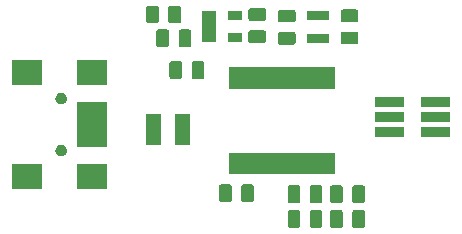
<source format=gbr>
G04 #@! TF.GenerationSoftware,KiCad,Pcbnew,(5.1.6)-1*
G04 #@! TF.CreationDate,2020-08-17T23:15:29+02:00*
G04 #@! TF.ProjectId,Programmer,50726f67-7261-46d6-9d65-722e6b696361,rev?*
G04 #@! TF.SameCoordinates,Original*
G04 #@! TF.FileFunction,Soldermask,Top*
G04 #@! TF.FilePolarity,Negative*
%FSLAX46Y46*%
G04 Gerber Fmt 4.6, Leading zero omitted, Abs format (unit mm)*
G04 Created by KiCad (PCBNEW (5.1.6)-1) date 2020-08-17 23:15:29*
%MOMM*%
%LPD*%
G01*
G04 APERTURE LIST*
%ADD10C,0.100000*%
G04 APERTURE END LIST*
D10*
G36*
X133346968Y-86553565D02*
G01*
X133385638Y-86565296D01*
X133421277Y-86584346D01*
X133452517Y-86609983D01*
X133478154Y-86641223D01*
X133497204Y-86676862D01*
X133508935Y-86715532D01*
X133513500Y-86761888D01*
X133513500Y-87838112D01*
X133508935Y-87884468D01*
X133497204Y-87923138D01*
X133478154Y-87958777D01*
X133452517Y-87990017D01*
X133421277Y-88015654D01*
X133385638Y-88034704D01*
X133346968Y-88046435D01*
X133300612Y-88051000D01*
X132649388Y-88051000D01*
X132603032Y-88046435D01*
X132564362Y-88034704D01*
X132528723Y-88015654D01*
X132497483Y-87990017D01*
X132471846Y-87958777D01*
X132452796Y-87923138D01*
X132441065Y-87884468D01*
X132436500Y-87838112D01*
X132436500Y-86761888D01*
X132441065Y-86715532D01*
X132452796Y-86676862D01*
X132471846Y-86641223D01*
X132497483Y-86609983D01*
X132528723Y-86584346D01*
X132564362Y-86565296D01*
X132603032Y-86553565D01*
X132649388Y-86549000D01*
X133300612Y-86549000D01*
X133346968Y-86553565D01*
G37*
G36*
X135071968Y-86553565D02*
G01*
X135110638Y-86565296D01*
X135146277Y-86584346D01*
X135177517Y-86609983D01*
X135203154Y-86641223D01*
X135222204Y-86676862D01*
X135233935Y-86715532D01*
X135238500Y-86761888D01*
X135238500Y-87838112D01*
X135233935Y-87884468D01*
X135222204Y-87923138D01*
X135203154Y-87958777D01*
X135177517Y-87990017D01*
X135146277Y-88015654D01*
X135110638Y-88034704D01*
X135071968Y-88046435D01*
X135025612Y-88051000D01*
X134374388Y-88051000D01*
X134328032Y-88046435D01*
X134289362Y-88034704D01*
X134253723Y-88015654D01*
X134222483Y-87990017D01*
X134196846Y-87958777D01*
X134177796Y-87923138D01*
X134166065Y-87884468D01*
X134161500Y-87838112D01*
X134161500Y-86761888D01*
X134166065Y-86715532D01*
X134177796Y-86676862D01*
X134196846Y-86641223D01*
X134222483Y-86609983D01*
X134253723Y-86584346D01*
X134289362Y-86565296D01*
X134328032Y-86553565D01*
X134374388Y-86549000D01*
X135025612Y-86549000D01*
X135071968Y-86553565D01*
G37*
G36*
X136946968Y-86553565D02*
G01*
X136985638Y-86565296D01*
X137021277Y-86584346D01*
X137052517Y-86609983D01*
X137078154Y-86641223D01*
X137097204Y-86676862D01*
X137108935Y-86715532D01*
X137113500Y-86761888D01*
X137113500Y-87838112D01*
X137108935Y-87884468D01*
X137097204Y-87923138D01*
X137078154Y-87958777D01*
X137052517Y-87990017D01*
X137021277Y-88015654D01*
X136985638Y-88034704D01*
X136946968Y-88046435D01*
X136900612Y-88051000D01*
X136249388Y-88051000D01*
X136203032Y-88046435D01*
X136164362Y-88034704D01*
X136128723Y-88015654D01*
X136097483Y-87990017D01*
X136071846Y-87958777D01*
X136052796Y-87923138D01*
X136041065Y-87884468D01*
X136036500Y-87838112D01*
X136036500Y-86761888D01*
X136041065Y-86715532D01*
X136052796Y-86676862D01*
X136071846Y-86641223D01*
X136097483Y-86609983D01*
X136128723Y-86584346D01*
X136164362Y-86565296D01*
X136203032Y-86553565D01*
X136249388Y-86549000D01*
X136900612Y-86549000D01*
X136946968Y-86553565D01*
G37*
G36*
X131471968Y-86553565D02*
G01*
X131510638Y-86565296D01*
X131546277Y-86584346D01*
X131577517Y-86609983D01*
X131603154Y-86641223D01*
X131622204Y-86676862D01*
X131633935Y-86715532D01*
X131638500Y-86761888D01*
X131638500Y-87838112D01*
X131633935Y-87884468D01*
X131622204Y-87923138D01*
X131603154Y-87958777D01*
X131577517Y-87990017D01*
X131546277Y-88015654D01*
X131510638Y-88034704D01*
X131471968Y-88046435D01*
X131425612Y-88051000D01*
X130774388Y-88051000D01*
X130728032Y-88046435D01*
X130689362Y-88034704D01*
X130653723Y-88015654D01*
X130622483Y-87990017D01*
X130596846Y-87958777D01*
X130577796Y-87923138D01*
X130566065Y-87884468D01*
X130561500Y-87838112D01*
X130561500Y-86761888D01*
X130566065Y-86715532D01*
X130577796Y-86676862D01*
X130596846Y-86641223D01*
X130622483Y-86609983D01*
X130653723Y-86584346D01*
X130689362Y-86565296D01*
X130728032Y-86553565D01*
X130774388Y-86549000D01*
X131425612Y-86549000D01*
X131471968Y-86553565D01*
G37*
G36*
X135071968Y-84453565D02*
G01*
X135110638Y-84465296D01*
X135146277Y-84484346D01*
X135177517Y-84509983D01*
X135203154Y-84541223D01*
X135222204Y-84576862D01*
X135233935Y-84615532D01*
X135238500Y-84661888D01*
X135238500Y-85738112D01*
X135233935Y-85784468D01*
X135222204Y-85823138D01*
X135203154Y-85858777D01*
X135177517Y-85890017D01*
X135146277Y-85915654D01*
X135110638Y-85934704D01*
X135071968Y-85946435D01*
X135025612Y-85951000D01*
X134374388Y-85951000D01*
X134328032Y-85946435D01*
X134289362Y-85934704D01*
X134253723Y-85915654D01*
X134222483Y-85890017D01*
X134196846Y-85858777D01*
X134177796Y-85823138D01*
X134166065Y-85784468D01*
X134161500Y-85738112D01*
X134161500Y-84661888D01*
X134166065Y-84615532D01*
X134177796Y-84576862D01*
X134196846Y-84541223D01*
X134222483Y-84509983D01*
X134253723Y-84484346D01*
X134289362Y-84465296D01*
X134328032Y-84453565D01*
X134374388Y-84449000D01*
X135025612Y-84449000D01*
X135071968Y-84453565D01*
G37*
G36*
X136946968Y-84453565D02*
G01*
X136985638Y-84465296D01*
X137021277Y-84484346D01*
X137052517Y-84509983D01*
X137078154Y-84541223D01*
X137097204Y-84576862D01*
X137108935Y-84615532D01*
X137113500Y-84661888D01*
X137113500Y-85738112D01*
X137108935Y-85784468D01*
X137097204Y-85823138D01*
X137078154Y-85858777D01*
X137052517Y-85890017D01*
X137021277Y-85915654D01*
X136985638Y-85934704D01*
X136946968Y-85946435D01*
X136900612Y-85951000D01*
X136249388Y-85951000D01*
X136203032Y-85946435D01*
X136164362Y-85934704D01*
X136128723Y-85915654D01*
X136097483Y-85890017D01*
X136071846Y-85858777D01*
X136052796Y-85823138D01*
X136041065Y-85784468D01*
X136036500Y-85738112D01*
X136036500Y-84661888D01*
X136041065Y-84615532D01*
X136052796Y-84576862D01*
X136071846Y-84541223D01*
X136097483Y-84509983D01*
X136128723Y-84484346D01*
X136164362Y-84465296D01*
X136203032Y-84453565D01*
X136249388Y-84449000D01*
X136900612Y-84449000D01*
X136946968Y-84453565D01*
G37*
G36*
X131471968Y-84453565D02*
G01*
X131510638Y-84465296D01*
X131546277Y-84484346D01*
X131577517Y-84509983D01*
X131603154Y-84541223D01*
X131622204Y-84576862D01*
X131633935Y-84615532D01*
X131638500Y-84661888D01*
X131638500Y-85738112D01*
X131633935Y-85784468D01*
X131622204Y-85823138D01*
X131603154Y-85858777D01*
X131577517Y-85890017D01*
X131546277Y-85915654D01*
X131510638Y-85934704D01*
X131471968Y-85946435D01*
X131425612Y-85951000D01*
X130774388Y-85951000D01*
X130728032Y-85946435D01*
X130689362Y-85934704D01*
X130653723Y-85915654D01*
X130622483Y-85890017D01*
X130596846Y-85858777D01*
X130577796Y-85823138D01*
X130566065Y-85784468D01*
X130561500Y-85738112D01*
X130561500Y-84661888D01*
X130566065Y-84615532D01*
X130577796Y-84576862D01*
X130596846Y-84541223D01*
X130622483Y-84509983D01*
X130653723Y-84484346D01*
X130689362Y-84465296D01*
X130728032Y-84453565D01*
X130774388Y-84449000D01*
X131425612Y-84449000D01*
X131471968Y-84453565D01*
G37*
G36*
X133346968Y-84453565D02*
G01*
X133385638Y-84465296D01*
X133421277Y-84484346D01*
X133452517Y-84509983D01*
X133478154Y-84541223D01*
X133497204Y-84576862D01*
X133508935Y-84615532D01*
X133513500Y-84661888D01*
X133513500Y-85738112D01*
X133508935Y-85784468D01*
X133497204Y-85823138D01*
X133478154Y-85858777D01*
X133452517Y-85890017D01*
X133421277Y-85915654D01*
X133385638Y-85934704D01*
X133346968Y-85946435D01*
X133300612Y-85951000D01*
X132649388Y-85951000D01*
X132603032Y-85946435D01*
X132564362Y-85934704D01*
X132528723Y-85915654D01*
X132497483Y-85890017D01*
X132471846Y-85858777D01*
X132452796Y-85823138D01*
X132441065Y-85784468D01*
X132436500Y-85738112D01*
X132436500Y-84661888D01*
X132441065Y-84615532D01*
X132452796Y-84576862D01*
X132471846Y-84541223D01*
X132497483Y-84509983D01*
X132528723Y-84484346D01*
X132564362Y-84465296D01*
X132603032Y-84453565D01*
X132649388Y-84449000D01*
X133300612Y-84449000D01*
X133346968Y-84453565D01*
G37*
G36*
X127546968Y-84353565D02*
G01*
X127585638Y-84365296D01*
X127621277Y-84384346D01*
X127652517Y-84409983D01*
X127678154Y-84441223D01*
X127697204Y-84476862D01*
X127708935Y-84515532D01*
X127713500Y-84561888D01*
X127713500Y-85638112D01*
X127708935Y-85684468D01*
X127697204Y-85723138D01*
X127678154Y-85758777D01*
X127652517Y-85790017D01*
X127621277Y-85815654D01*
X127585638Y-85834704D01*
X127546968Y-85846435D01*
X127500612Y-85851000D01*
X126849388Y-85851000D01*
X126803032Y-85846435D01*
X126764362Y-85834704D01*
X126728723Y-85815654D01*
X126697483Y-85790017D01*
X126671846Y-85758777D01*
X126652796Y-85723138D01*
X126641065Y-85684468D01*
X126636500Y-85638112D01*
X126636500Y-84561888D01*
X126641065Y-84515532D01*
X126652796Y-84476862D01*
X126671846Y-84441223D01*
X126697483Y-84409983D01*
X126728723Y-84384346D01*
X126764362Y-84365296D01*
X126803032Y-84353565D01*
X126849388Y-84349000D01*
X127500612Y-84349000D01*
X127546968Y-84353565D01*
G37*
G36*
X125671968Y-84353565D02*
G01*
X125710638Y-84365296D01*
X125746277Y-84384346D01*
X125777517Y-84409983D01*
X125803154Y-84441223D01*
X125822204Y-84476862D01*
X125833935Y-84515532D01*
X125838500Y-84561888D01*
X125838500Y-85638112D01*
X125833935Y-85684468D01*
X125822204Y-85723138D01*
X125803154Y-85758777D01*
X125777517Y-85790017D01*
X125746277Y-85815654D01*
X125710638Y-85834704D01*
X125671968Y-85846435D01*
X125625612Y-85851000D01*
X124974388Y-85851000D01*
X124928032Y-85846435D01*
X124889362Y-85834704D01*
X124853723Y-85815654D01*
X124822483Y-85790017D01*
X124796846Y-85758777D01*
X124777796Y-85723138D01*
X124766065Y-85684468D01*
X124761500Y-85638112D01*
X124761500Y-84561888D01*
X124766065Y-84515532D01*
X124777796Y-84476862D01*
X124796846Y-84441223D01*
X124822483Y-84409983D01*
X124853723Y-84384346D01*
X124889362Y-84365296D01*
X124928032Y-84353565D01*
X124974388Y-84349000D01*
X125625612Y-84349000D01*
X125671968Y-84353565D01*
G37*
G36*
X115301000Y-84751000D02*
G01*
X112699000Y-84751000D01*
X112699000Y-82649000D01*
X115301000Y-82649000D01*
X115301000Y-84751000D01*
G37*
G36*
X109801000Y-84751000D02*
G01*
X107199000Y-84751000D01*
X107199000Y-82649000D01*
X109801000Y-82649000D01*
X109801000Y-84751000D01*
G37*
G36*
X134576000Y-83526000D02*
G01*
X125574000Y-83526000D01*
X125574000Y-81674000D01*
X134576000Y-81674000D01*
X134576000Y-83526000D01*
G37*
G36*
X111497740Y-81008626D02*
G01*
X111546136Y-81018253D01*
X111583902Y-81033896D01*
X111637311Y-81056019D01*
X111637312Y-81056020D01*
X111719369Y-81110848D01*
X111789152Y-81180631D01*
X111789153Y-81180633D01*
X111843981Y-81262689D01*
X111881747Y-81353865D01*
X111901000Y-81450655D01*
X111901000Y-81549345D01*
X111881747Y-81646135D01*
X111843981Y-81737311D01*
X111843980Y-81737312D01*
X111789152Y-81819369D01*
X111719369Y-81889152D01*
X111678062Y-81916752D01*
X111637311Y-81943981D01*
X111583902Y-81966104D01*
X111546136Y-81981747D01*
X111497740Y-81991374D01*
X111449345Y-82001000D01*
X111350655Y-82001000D01*
X111302260Y-81991374D01*
X111253864Y-81981747D01*
X111216098Y-81966104D01*
X111162689Y-81943981D01*
X111121938Y-81916752D01*
X111080631Y-81889152D01*
X111010848Y-81819369D01*
X110956020Y-81737312D01*
X110956019Y-81737311D01*
X110918253Y-81646135D01*
X110899000Y-81549345D01*
X110899000Y-81450655D01*
X110918253Y-81353865D01*
X110956019Y-81262689D01*
X111010847Y-81180633D01*
X111010848Y-81180631D01*
X111080631Y-81110848D01*
X111162688Y-81056020D01*
X111162689Y-81056019D01*
X111216098Y-81033896D01*
X111253864Y-81018253D01*
X111302260Y-81008626D01*
X111350655Y-80999000D01*
X111449345Y-80999000D01*
X111497740Y-81008626D01*
G37*
G36*
X115301000Y-81201000D02*
G01*
X112699000Y-81201000D01*
X112699000Y-77399000D01*
X115301000Y-77399000D01*
X115301000Y-81201000D01*
G37*
G36*
X119826000Y-81051000D02*
G01*
X118574000Y-81051000D01*
X118574000Y-78449000D01*
X119826000Y-78449000D01*
X119826000Y-81051000D01*
G37*
G36*
X122326000Y-81051000D02*
G01*
X121074000Y-81051000D01*
X121074000Y-78449000D01*
X122326000Y-78449000D01*
X122326000Y-81051000D01*
G37*
G36*
X144351000Y-80361000D02*
G01*
X141849000Y-80361000D01*
X141849000Y-79519000D01*
X144351000Y-79519000D01*
X144351000Y-80361000D01*
G37*
G36*
X140451000Y-80361000D02*
G01*
X137949000Y-80361000D01*
X137949000Y-79519000D01*
X140451000Y-79519000D01*
X140451000Y-80361000D01*
G37*
G36*
X140451000Y-79091000D02*
G01*
X137949000Y-79091000D01*
X137949000Y-78249000D01*
X140451000Y-78249000D01*
X140451000Y-79091000D01*
G37*
G36*
X144351000Y-79091000D02*
G01*
X141849000Y-79091000D01*
X141849000Y-78249000D01*
X144351000Y-78249000D01*
X144351000Y-79091000D01*
G37*
G36*
X140451000Y-77821000D02*
G01*
X137949000Y-77821000D01*
X137949000Y-76979000D01*
X140451000Y-76979000D01*
X140451000Y-77821000D01*
G37*
G36*
X144351000Y-77821000D02*
G01*
X141849000Y-77821000D01*
X141849000Y-76979000D01*
X144351000Y-76979000D01*
X144351000Y-77821000D01*
G37*
G36*
X111497740Y-76608626D02*
G01*
X111546136Y-76618253D01*
X111583902Y-76633896D01*
X111637311Y-76656019D01*
X111637312Y-76656020D01*
X111719369Y-76710848D01*
X111789152Y-76780631D01*
X111789153Y-76780633D01*
X111843981Y-76862689D01*
X111881747Y-76953865D01*
X111901000Y-77050655D01*
X111901000Y-77149345D01*
X111881747Y-77246135D01*
X111843981Y-77337311D01*
X111843980Y-77337312D01*
X111789152Y-77419369D01*
X111719369Y-77489152D01*
X111678062Y-77516752D01*
X111637311Y-77543981D01*
X111583902Y-77566104D01*
X111546136Y-77581747D01*
X111497740Y-77591374D01*
X111449345Y-77601000D01*
X111350655Y-77601000D01*
X111302260Y-77591374D01*
X111253864Y-77581747D01*
X111216098Y-77566104D01*
X111162689Y-77543981D01*
X111121938Y-77516752D01*
X111080631Y-77489152D01*
X111010848Y-77419369D01*
X110956020Y-77337312D01*
X110956019Y-77337311D01*
X110918253Y-77246135D01*
X110899000Y-77149345D01*
X110899000Y-77050655D01*
X110918253Y-76953865D01*
X110956019Y-76862689D01*
X111010847Y-76780633D01*
X111010848Y-76780631D01*
X111080631Y-76710848D01*
X111162688Y-76656020D01*
X111162689Y-76656019D01*
X111216098Y-76633896D01*
X111253864Y-76618253D01*
X111302260Y-76608626D01*
X111350655Y-76599000D01*
X111449345Y-76599000D01*
X111497740Y-76608626D01*
G37*
G36*
X134576000Y-76326000D02*
G01*
X125574000Y-76326000D01*
X125574000Y-74474000D01*
X134576000Y-74474000D01*
X134576000Y-76326000D01*
G37*
G36*
X115301000Y-75951000D02*
G01*
X112699000Y-75951000D01*
X112699000Y-73849000D01*
X115301000Y-73849000D01*
X115301000Y-75951000D01*
G37*
G36*
X109801000Y-75951000D02*
G01*
X107199000Y-75951000D01*
X107199000Y-73849000D01*
X109801000Y-73849000D01*
X109801000Y-75951000D01*
G37*
G36*
X121471968Y-73953565D02*
G01*
X121510638Y-73965296D01*
X121546277Y-73984346D01*
X121577517Y-74009983D01*
X121603154Y-74041223D01*
X121622204Y-74076862D01*
X121633935Y-74115532D01*
X121638500Y-74161888D01*
X121638500Y-75238112D01*
X121633935Y-75284468D01*
X121622204Y-75323138D01*
X121603154Y-75358777D01*
X121577517Y-75390017D01*
X121546277Y-75415654D01*
X121510638Y-75434704D01*
X121471968Y-75446435D01*
X121425612Y-75451000D01*
X120774388Y-75451000D01*
X120728032Y-75446435D01*
X120689362Y-75434704D01*
X120653723Y-75415654D01*
X120622483Y-75390017D01*
X120596846Y-75358777D01*
X120577796Y-75323138D01*
X120566065Y-75284468D01*
X120561500Y-75238112D01*
X120561500Y-74161888D01*
X120566065Y-74115532D01*
X120577796Y-74076862D01*
X120596846Y-74041223D01*
X120622483Y-74009983D01*
X120653723Y-73984346D01*
X120689362Y-73965296D01*
X120728032Y-73953565D01*
X120774388Y-73949000D01*
X121425612Y-73949000D01*
X121471968Y-73953565D01*
G37*
G36*
X123346968Y-73953565D02*
G01*
X123385638Y-73965296D01*
X123421277Y-73984346D01*
X123452517Y-74009983D01*
X123478154Y-74041223D01*
X123497204Y-74076862D01*
X123508935Y-74115532D01*
X123513500Y-74161888D01*
X123513500Y-75238112D01*
X123508935Y-75284468D01*
X123497204Y-75323138D01*
X123478154Y-75358777D01*
X123452517Y-75390017D01*
X123421277Y-75415654D01*
X123385638Y-75434704D01*
X123346968Y-75446435D01*
X123300612Y-75451000D01*
X122649388Y-75451000D01*
X122603032Y-75446435D01*
X122564362Y-75434704D01*
X122528723Y-75415654D01*
X122497483Y-75390017D01*
X122471846Y-75358777D01*
X122452796Y-75323138D01*
X122441065Y-75284468D01*
X122436500Y-75238112D01*
X122436500Y-74161888D01*
X122441065Y-74115532D01*
X122452796Y-74076862D01*
X122471846Y-74041223D01*
X122497483Y-74009983D01*
X122528723Y-73984346D01*
X122564362Y-73965296D01*
X122603032Y-73953565D01*
X122649388Y-73949000D01*
X123300612Y-73949000D01*
X123346968Y-73953565D01*
G37*
G36*
X122246968Y-71253565D02*
G01*
X122285638Y-71265296D01*
X122321277Y-71284346D01*
X122352517Y-71309983D01*
X122378154Y-71341223D01*
X122397204Y-71376862D01*
X122408935Y-71415532D01*
X122413500Y-71461888D01*
X122413500Y-72538112D01*
X122408935Y-72584468D01*
X122397204Y-72623138D01*
X122378154Y-72658777D01*
X122352517Y-72690017D01*
X122321277Y-72715654D01*
X122285638Y-72734704D01*
X122246968Y-72746435D01*
X122200612Y-72751000D01*
X121549388Y-72751000D01*
X121503032Y-72746435D01*
X121464362Y-72734704D01*
X121428723Y-72715654D01*
X121397483Y-72690017D01*
X121371846Y-72658777D01*
X121352796Y-72623138D01*
X121341065Y-72584468D01*
X121336500Y-72538112D01*
X121336500Y-71461888D01*
X121341065Y-71415532D01*
X121352796Y-71376862D01*
X121371846Y-71341223D01*
X121397483Y-71309983D01*
X121428723Y-71284346D01*
X121464362Y-71265296D01*
X121503032Y-71253565D01*
X121549388Y-71249000D01*
X122200612Y-71249000D01*
X122246968Y-71253565D01*
G37*
G36*
X120371968Y-71253565D02*
G01*
X120410638Y-71265296D01*
X120446277Y-71284346D01*
X120477517Y-71309983D01*
X120503154Y-71341223D01*
X120522204Y-71376862D01*
X120533935Y-71415532D01*
X120538500Y-71461888D01*
X120538500Y-72538112D01*
X120533935Y-72584468D01*
X120522204Y-72623138D01*
X120503154Y-72658777D01*
X120477517Y-72690017D01*
X120446277Y-72715654D01*
X120410638Y-72734704D01*
X120371968Y-72746435D01*
X120325612Y-72751000D01*
X119674388Y-72751000D01*
X119628032Y-72746435D01*
X119589362Y-72734704D01*
X119553723Y-72715654D01*
X119522483Y-72690017D01*
X119496846Y-72658777D01*
X119477796Y-72623138D01*
X119466065Y-72584468D01*
X119461500Y-72538112D01*
X119461500Y-71461888D01*
X119466065Y-71415532D01*
X119477796Y-71376862D01*
X119496846Y-71341223D01*
X119522483Y-71309983D01*
X119553723Y-71284346D01*
X119589362Y-71265296D01*
X119628032Y-71253565D01*
X119674388Y-71249000D01*
X120325612Y-71249000D01*
X120371968Y-71253565D01*
G37*
G36*
X131084468Y-71466065D02*
G01*
X131123138Y-71477796D01*
X131158777Y-71496846D01*
X131190017Y-71522483D01*
X131215654Y-71553723D01*
X131234704Y-71589362D01*
X131246435Y-71628032D01*
X131251000Y-71674388D01*
X131251000Y-72325612D01*
X131246435Y-72371968D01*
X131234704Y-72410638D01*
X131215654Y-72446277D01*
X131190017Y-72477517D01*
X131158777Y-72503154D01*
X131123138Y-72522204D01*
X131084468Y-72533935D01*
X131038112Y-72538500D01*
X129961888Y-72538500D01*
X129915532Y-72533935D01*
X129876862Y-72522204D01*
X129841223Y-72503154D01*
X129809983Y-72477517D01*
X129784346Y-72446277D01*
X129765296Y-72410638D01*
X129753565Y-72371968D01*
X129749000Y-72325612D01*
X129749000Y-71674388D01*
X129753565Y-71628032D01*
X129765296Y-71589362D01*
X129784346Y-71553723D01*
X129809983Y-71522483D01*
X129841223Y-71496846D01*
X129876862Y-71477796D01*
X129915532Y-71466065D01*
X129961888Y-71461500D01*
X131038112Y-71461500D01*
X131084468Y-71466065D01*
G37*
G36*
X136384468Y-71441065D02*
G01*
X136423138Y-71452796D01*
X136458777Y-71471846D01*
X136490017Y-71497483D01*
X136515654Y-71528723D01*
X136534704Y-71564362D01*
X136546435Y-71603032D01*
X136551000Y-71649388D01*
X136551000Y-72300612D01*
X136546435Y-72346968D01*
X136534704Y-72385638D01*
X136515654Y-72421277D01*
X136490017Y-72452517D01*
X136458777Y-72478154D01*
X136423138Y-72497204D01*
X136384468Y-72508935D01*
X136338112Y-72513500D01*
X135261888Y-72513500D01*
X135215532Y-72508935D01*
X135176862Y-72497204D01*
X135141223Y-72478154D01*
X135109983Y-72452517D01*
X135084346Y-72421277D01*
X135065296Y-72385638D01*
X135053565Y-72346968D01*
X135049000Y-72300612D01*
X135049000Y-71649388D01*
X135053565Y-71603032D01*
X135065296Y-71564362D01*
X135084346Y-71528723D01*
X135109983Y-71497483D01*
X135141223Y-71471846D01*
X135176862Y-71452796D01*
X135215532Y-71441065D01*
X135261888Y-71436500D01*
X136338112Y-71436500D01*
X136384468Y-71441065D01*
G37*
G36*
X128584468Y-71341065D02*
G01*
X128623138Y-71352796D01*
X128658777Y-71371846D01*
X128690017Y-71397483D01*
X128715654Y-71428723D01*
X128734704Y-71464362D01*
X128746435Y-71503032D01*
X128751000Y-71549388D01*
X128751000Y-72200612D01*
X128746435Y-72246968D01*
X128734704Y-72285638D01*
X128715654Y-72321277D01*
X128690017Y-72352517D01*
X128658777Y-72378154D01*
X128623138Y-72397204D01*
X128584468Y-72408935D01*
X128538112Y-72413500D01*
X127461888Y-72413500D01*
X127415532Y-72408935D01*
X127376862Y-72397204D01*
X127341223Y-72378154D01*
X127309983Y-72352517D01*
X127284346Y-72321277D01*
X127265296Y-72285638D01*
X127253565Y-72246968D01*
X127249000Y-72200612D01*
X127249000Y-71549388D01*
X127253565Y-71503032D01*
X127265296Y-71464362D01*
X127284346Y-71428723D01*
X127309983Y-71397483D01*
X127341223Y-71371846D01*
X127376862Y-71352796D01*
X127415532Y-71341065D01*
X127461888Y-71336500D01*
X128538112Y-71336500D01*
X128584468Y-71341065D01*
G37*
G36*
X134051000Y-72376000D02*
G01*
X132249000Y-72376000D01*
X132249000Y-71624000D01*
X134051000Y-71624000D01*
X134051000Y-72376000D01*
G37*
G36*
X124481000Y-72326000D02*
G01*
X123319000Y-72326000D01*
X123319000Y-69674000D01*
X124481000Y-69674000D01*
X124481000Y-72326000D01*
G37*
G36*
X126681000Y-72326000D02*
G01*
X125519000Y-72326000D01*
X125519000Y-71574000D01*
X126681000Y-71574000D01*
X126681000Y-72326000D01*
G37*
G36*
X121371968Y-69253565D02*
G01*
X121410638Y-69265296D01*
X121446277Y-69284346D01*
X121477517Y-69309983D01*
X121503154Y-69341223D01*
X121522204Y-69376862D01*
X121533935Y-69415532D01*
X121538500Y-69461888D01*
X121538500Y-70538112D01*
X121533935Y-70584468D01*
X121522204Y-70623138D01*
X121503154Y-70658777D01*
X121477517Y-70690017D01*
X121446277Y-70715654D01*
X121410638Y-70734704D01*
X121371968Y-70746435D01*
X121325612Y-70751000D01*
X120674388Y-70751000D01*
X120628032Y-70746435D01*
X120589362Y-70734704D01*
X120553723Y-70715654D01*
X120522483Y-70690017D01*
X120496846Y-70658777D01*
X120477796Y-70623138D01*
X120466065Y-70584468D01*
X120461500Y-70538112D01*
X120461500Y-69461888D01*
X120466065Y-69415532D01*
X120477796Y-69376862D01*
X120496846Y-69341223D01*
X120522483Y-69309983D01*
X120553723Y-69284346D01*
X120589362Y-69265296D01*
X120628032Y-69253565D01*
X120674388Y-69249000D01*
X121325612Y-69249000D01*
X121371968Y-69253565D01*
G37*
G36*
X119496968Y-69253565D02*
G01*
X119535638Y-69265296D01*
X119571277Y-69284346D01*
X119602517Y-69309983D01*
X119628154Y-69341223D01*
X119647204Y-69376862D01*
X119658935Y-69415532D01*
X119663500Y-69461888D01*
X119663500Y-70538112D01*
X119658935Y-70584468D01*
X119647204Y-70623138D01*
X119628154Y-70658777D01*
X119602517Y-70690017D01*
X119571277Y-70715654D01*
X119535638Y-70734704D01*
X119496968Y-70746435D01*
X119450612Y-70751000D01*
X118799388Y-70751000D01*
X118753032Y-70746435D01*
X118714362Y-70734704D01*
X118678723Y-70715654D01*
X118647483Y-70690017D01*
X118621846Y-70658777D01*
X118602796Y-70623138D01*
X118591065Y-70584468D01*
X118586500Y-70538112D01*
X118586500Y-69461888D01*
X118591065Y-69415532D01*
X118602796Y-69376862D01*
X118621846Y-69341223D01*
X118647483Y-69309983D01*
X118678723Y-69284346D01*
X118714362Y-69265296D01*
X118753032Y-69253565D01*
X118799388Y-69249000D01*
X119450612Y-69249000D01*
X119496968Y-69253565D01*
G37*
G36*
X131084468Y-69591065D02*
G01*
X131123138Y-69602796D01*
X131158777Y-69621846D01*
X131190017Y-69647483D01*
X131215654Y-69678723D01*
X131234704Y-69714362D01*
X131246435Y-69753032D01*
X131251000Y-69799388D01*
X131251000Y-70450612D01*
X131246435Y-70496968D01*
X131234704Y-70535638D01*
X131215654Y-70571277D01*
X131190017Y-70602517D01*
X131158777Y-70628154D01*
X131123138Y-70647204D01*
X131084468Y-70658935D01*
X131038112Y-70663500D01*
X129961888Y-70663500D01*
X129915532Y-70658935D01*
X129876862Y-70647204D01*
X129841223Y-70628154D01*
X129809983Y-70602517D01*
X129784346Y-70571277D01*
X129765296Y-70535638D01*
X129753565Y-70496968D01*
X129749000Y-70450612D01*
X129749000Y-69799388D01*
X129753565Y-69753032D01*
X129765296Y-69714362D01*
X129784346Y-69678723D01*
X129809983Y-69647483D01*
X129841223Y-69621846D01*
X129876862Y-69602796D01*
X129915532Y-69591065D01*
X129961888Y-69586500D01*
X131038112Y-69586500D01*
X131084468Y-69591065D01*
G37*
G36*
X136384468Y-69566065D02*
G01*
X136423138Y-69577796D01*
X136458777Y-69596846D01*
X136490017Y-69622483D01*
X136515654Y-69653723D01*
X136534704Y-69689362D01*
X136546435Y-69728032D01*
X136551000Y-69774388D01*
X136551000Y-70425612D01*
X136546435Y-70471968D01*
X136534704Y-70510638D01*
X136515654Y-70546277D01*
X136490017Y-70577517D01*
X136458777Y-70603154D01*
X136423138Y-70622204D01*
X136384468Y-70633935D01*
X136338112Y-70638500D01*
X135261888Y-70638500D01*
X135215532Y-70633935D01*
X135176862Y-70622204D01*
X135141223Y-70603154D01*
X135109983Y-70577517D01*
X135084346Y-70546277D01*
X135065296Y-70510638D01*
X135053565Y-70471968D01*
X135049000Y-70425612D01*
X135049000Y-69774388D01*
X135053565Y-69728032D01*
X135065296Y-69689362D01*
X135084346Y-69653723D01*
X135109983Y-69622483D01*
X135141223Y-69596846D01*
X135176862Y-69577796D01*
X135215532Y-69566065D01*
X135261888Y-69561500D01*
X136338112Y-69561500D01*
X136384468Y-69566065D01*
G37*
G36*
X128584468Y-69466065D02*
G01*
X128623138Y-69477796D01*
X128658777Y-69496846D01*
X128690017Y-69522483D01*
X128715654Y-69553723D01*
X128734704Y-69589362D01*
X128746435Y-69628032D01*
X128751000Y-69674388D01*
X128751000Y-70325612D01*
X128746435Y-70371968D01*
X128734704Y-70410638D01*
X128715654Y-70446277D01*
X128690017Y-70477517D01*
X128658777Y-70503154D01*
X128623138Y-70522204D01*
X128584468Y-70533935D01*
X128538112Y-70538500D01*
X127461888Y-70538500D01*
X127415532Y-70533935D01*
X127376862Y-70522204D01*
X127341223Y-70503154D01*
X127309983Y-70477517D01*
X127284346Y-70446277D01*
X127265296Y-70410638D01*
X127253565Y-70371968D01*
X127249000Y-70325612D01*
X127249000Y-69674388D01*
X127253565Y-69628032D01*
X127265296Y-69589362D01*
X127284346Y-69553723D01*
X127309983Y-69522483D01*
X127341223Y-69496846D01*
X127376862Y-69477796D01*
X127415532Y-69466065D01*
X127461888Y-69461500D01*
X128538112Y-69461500D01*
X128584468Y-69466065D01*
G37*
G36*
X134051000Y-70476000D02*
G01*
X132249000Y-70476000D01*
X132249000Y-69724000D01*
X134051000Y-69724000D01*
X134051000Y-70476000D01*
G37*
G36*
X126681000Y-70426000D02*
G01*
X125519000Y-70426000D01*
X125519000Y-69674000D01*
X126681000Y-69674000D01*
X126681000Y-70426000D01*
G37*
M02*

</source>
